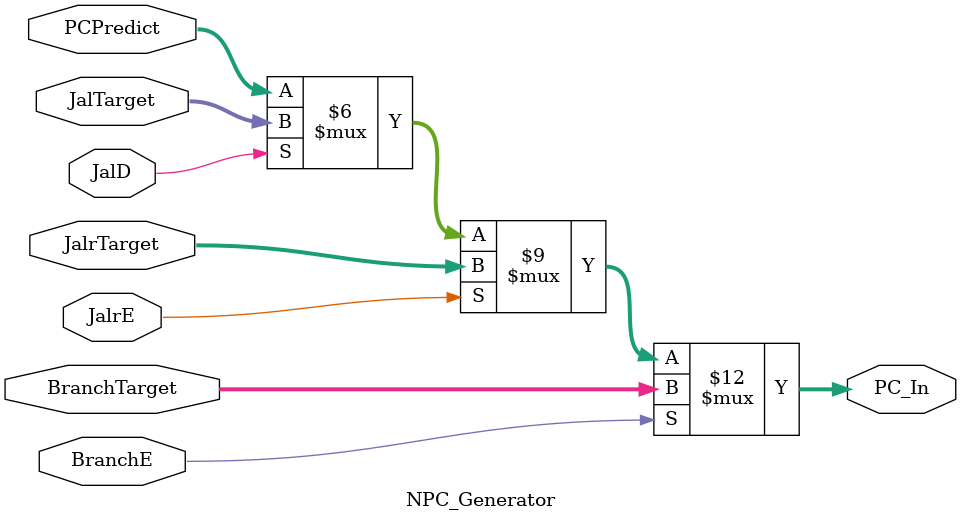
<source format=v>
`timescale 1ns / 1ps

module NPC_Generator(
    input wire [31:0] PCPredict, JalrTarget, BranchTarget, JalTarget,
    input wire BranchE,JalD,JalrE,
    output reg [31:0] PC_In
    );
    
    always @(*) begin
        if (BranchE != 0) begin
            PC_In <= BranchTarget;
        end
        else if (JalrE != 0) begin
            PC_In <= JalrTarget;
        end
        else if (JalD != 0) begin
            PC_In <= JalTarget;
        end
        else begin
            PC_In <= PCPredict;
        end
    end
    
endmodule

</source>
